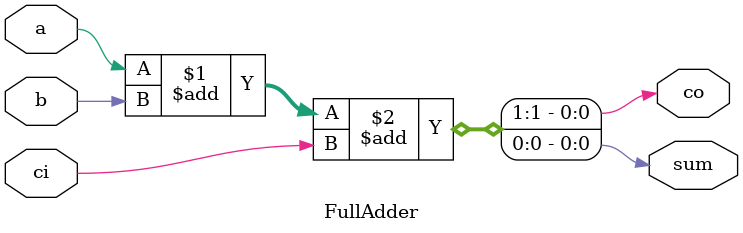
<source format=v>
module RippleCarryAdder (
    input  [3:0] a,
    input  [3:0] b,
    output [4:0] sum
);

  wire [3:0] co;
  FullAdder FA0 (
      .a  (a[0]),
      .b  (b[0]),
      .ci (1'b0),
      .sum(sum[0]),
      .co (co[0])
  );

  FullAdder FA1 (
      .a  (a[1]),
      .b  (b[1]),
      .ci (co[0]),
      .sum(sum[1]),
      .co (co[1])
  );

  FullAdder FA2 (
      .a  (a[2]),
      .b  (b[2]),
      .ci (co[1]),
      .sum(sum[2]),
      .co (co[2])
  );

  FullAdder FA3 (
      .a  (a[3]),
      .b  (b[3]),
      .ci (co[2]),
      .sum(sum[3]),
      .co (co[3])
  );
  assign sum[4] = co[3];
endmodule

module FullAdder (
    input  a,
    input  b,
    input  ci,
    output sum,
    output co
);

  assign {co, sum    } = a + b + ci;
endmodule


</source>
